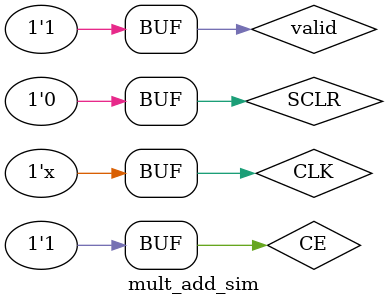
<source format=v>
`timescale 1ns / 1ps


module mult_add_sim();
    reg CLK;
    reg [31:0] A, B, C;
    wire [63:0] P;
    
    reg SCLR;
    reg valid;
    
    wire CE;
    
    assign CE = 1'b1;
    
    initial begin
    
        CLK = 1'b0;
        SCLR = 1'b1;
        
        A = 'd0;
        B = 'd0;
        C = 'd0;
        
        valid = 1'b0;
        
        #170
        SCLR = 1'b0;
        
        #40
        valid = 1'b1;
   end
   
   always #10 CLK = ~CLK;
   
   always @(posedge CLK) begin
   
        if (valid) begin
            B = 32'h00010000; //32'h00008000;
            A = A + 32'h00010000;
            C = C + 32'h00020000;
        end
   end
   
   
    
xbip_multadd_0 multadd (
  .CLK(CLK),            // input wire CLK
  .CE(CE),              // input wire CE
  .SCLR(SCLR),          // input wire SCLR
  .A(A),                // input wire [31 : 0] A
  .B(B),                // input wire [31 : 0] B
  .C(C),                // input wire [31 : 0] C
  .SUBTRACT(1'b0),  // input wire SUBTRACT
  .P(P),                // output wire [31 : 0] P
  .PCOUT()        // output wire [47 : 0] PCOUT
);

endmodule

</source>
